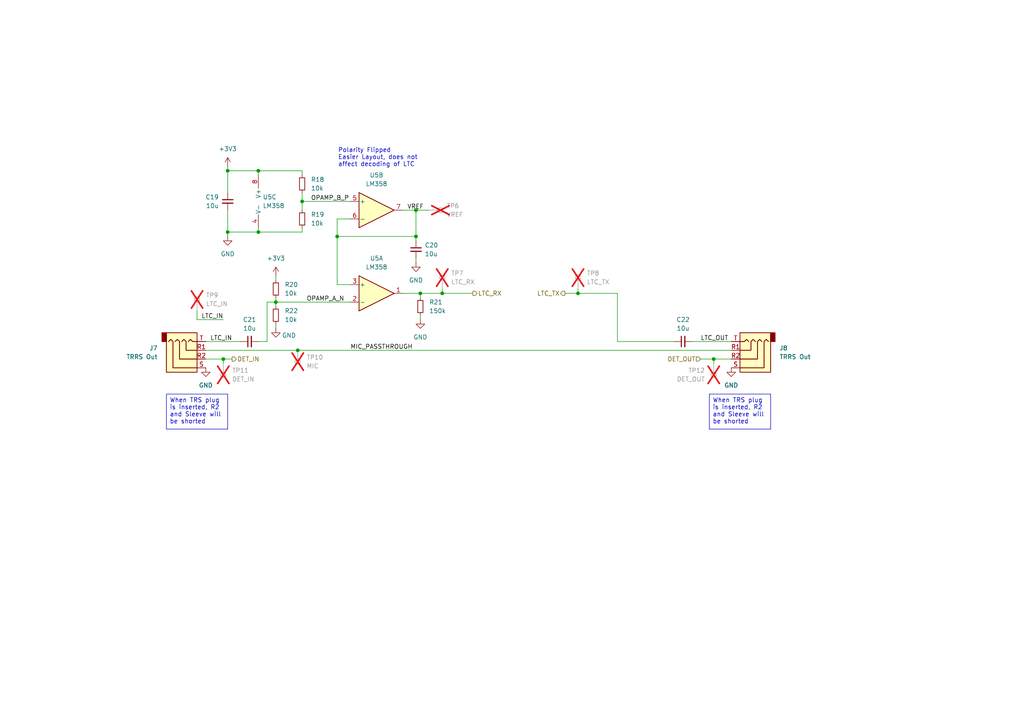
<source format=kicad_sch>
(kicad_sch (version 20231120) (generator "eeschema") (generator_version "8.0")
  (paper "A4")
  (lib_symbols
    (symbol "Amplifier_Operational:LM358" (pin_names (offset 0.127))
      (property "Reference" "U" (at 0 5.08 0))
      (property "Value" "LM358" (at 0 -5.08 0))
      (symbol "LM358_1_1"
        (polyline (pts (xy -5.08 5.08) (xy 5.08 0) (xy -5.08 -5.08) (xy -5.08 5.08)) (stroke (width 0.254)) (fill (type background)))
        (pin output line (at 7.62 0 180) (length 2.54) (name "~") (number "1"))
        (pin input line (at -7.62 -2.54 0) (length 2.54) (name "-") (number "2"))
        (pin input line (at -7.62 2.54 0) (length 2.54) (name "+") (number "3"))
      )
      (symbol "LM358_2_1"
        (polyline (pts (xy -5.08 5.08) (xy 5.08 0) (xy -5.08 -5.08) (xy -5.08 5.08)) (stroke (width 0.254)) (fill (type background)))
        (pin input line (at -7.62 2.54 0) (length 2.54) (name "+") (number "5"))
        (pin input line (at -7.62 -2.54 0) (length 2.54) (name "-") (number "6"))
        (pin output line (at 7.62 0 180) (length 2.54) (name "~") (number "7"))
      )
      (symbol "LM358_3_1"
        (pin power_in line (at -2.54 -7.62 90) (length 3.81) (name "V-") (number "4"))
        (pin power_in line (at -2.54 7.62 270) (length 3.81) (name "V+") (number "8"))
      )
    )
    (symbol "Connector:TestPoint" (pin_numbers hide) (pin_names (offset 0.762) hide)
      (property "Reference" "TP" (at 0 6.858 0))
      (property "Value" "TestPoint" (at 0 5.08 0))
      (symbol "TestPoint_0_1"
        (circle (center 0 3.302) (radius 0.762))
      )
      (symbol "TestPoint_1_1"
        (pin passive line (at 0 0 90) (length 2.54) (name "1") (number "1"))
      )
    )
    (symbol "Connector_Audio:AudioJack4"
      (property "Reference" "J" (at 0 8.89 0))
      (property "Value" "AudioJack4" (at 0 6.35 0))
      (symbol "AudioJack4_0_1"
        (rectangle (start -6.35 -5.08) (end -7.62 -7.62) (stroke (width 0.254)) (fill (type outline)))
        (polyline (pts (xy 0 -5.08) (xy 0.635 -5.715) (xy 1.27 -5.08) (xy 2.54 -5.08)) (stroke (width 0.254)))
        (polyline (pts (xy -5.715 -5.08) (xy -5.08 -5.715) (xy -4.445 -5.08) (xy -4.445 2.54) (xy 2.54 2.54)) (stroke (width 0.254)))
        (polyline (pts (xy -1.905 -5.08) (xy -1.27 -5.715) (xy -0.635 -5.08) (xy -0.635 -2.54) (xy 2.54 -2.54)) (stroke (width 0.254)))
        (polyline (pts (xy 2.54 0) (xy -2.54 0) (xy -2.54 -5.08) (xy -3.175 -5.715) (xy -3.81 -5.08)) (stroke (width 0.254)))
        (rectangle (start 2.54 3.81) (end -6.35 -7.62) (stroke (width 0.254)) (fill (type background)))
      )
      (symbol "AudioJack4_1_1"
        (pin passive line (at 5.08 -2.54 180) (length 2.54) (name "~") (number "R1"))
        (pin passive line (at 5.08 0 180) (length 2.54) (name "~") (number "R2"))
        (pin passive line (at 5.08 2.54 180) (length 2.54) (name "~") (number "S"))
        (pin passive line (at 5.08 -5.08 180) (length 2.54) (name "~") (number "T"))
      )
    )
    (symbol "Device:C_Small" (pin_numbers hide) (pin_names (offset 0.254) hide)
      (property "Reference" "C" (at 0.254 1.778 0))
      (property "Value" "C_Small" (at 0.254 -2.032 0))
      (symbol "C_Small_0_1"
        (polyline (pts (xy -1.524 -0.508) (xy 1.524 -0.508)) (stroke (width 0.3302)))
        (polyline (pts (xy -1.524 0.508) (xy 1.524 0.508)) (stroke (width 0.3048)))
      )
      (symbol "C_Small_1_1"
        (pin passive line (at 0 2.54 270) (length 2.032) (name "~") (number "1"))
        (pin passive line (at 0 -2.54 90) (length 2.032) (name "~") (number "2"))
      )
    )
    (symbol "Device:R_Small" (pin_numbers hide) (pin_names (offset 0.254) hide)
      (property "Reference" "R" (at 0.762 0.508 0))
      (property "Value" "R_Small" (at 0.762 -1.016 0))
      (symbol "R_Small_0_1"
        (rectangle (start -0.762 1.778) (end 0.762 -1.778) (stroke (width 0.2032)))
      )
      (symbol "R_Small_1_1"
        (pin passive line (at 0 2.54 270) (length 0.762) (name "~") (number "1"))
        (pin passive line (at 0 -2.54 90) (length 0.762) (name "~") (number "2"))
      )
    )
    (symbol "power:+3V3" (power) (pin_numbers hide) (pin_names (offset 0) hide)
      (property "Value" "+3V3" (at 0 3.556 0))
      (symbol "+3V3_0_1"
        (polyline (pts (xy -0.762 1.27) (xy 0 2.54)))
        (polyline (pts (xy 0 0) (xy 0 2.54)))
        (polyline (pts (xy 0 2.54) (xy 0.762 1.27)))
      )
      (symbol "+3V3_1_1"
        (pin power_in line (at 0 0 90) (length 0) (name "~") (number "1"))
      )
    )
    (symbol "power:GND" (power) (pin_numbers hide) (pin_names (offset 0) hide)
      (property "Value" "GND" (at 0 -3.81 0))
      (symbol "GND_0_1"
        (polyline (pts (xy 0 0) (xy 0 -1.27) (xy 1.27 -1.27) (xy 0 -2.54) (xy -1.27 -1.27) (xy 0 -1.27)))
      )
      (symbol "GND_1_1"
        (pin power_in line (at 0 0 270) (length 0) (name "~") (number "1"))
      )
    )
  )
  (junction (at 66.04 67.31))
  (junction (at 87.63 58.42))
  (junction (at 86.36 101.6))
  (junction (at 74.93 67.31))
  (junction (at 128.27 85.09))
  (junction (at 120.65 68.58))
  (junction (at 74.93 49.53))
  (junction (at 121.92 85.09))
  (junction (at 120.65 60.96))
  (junction (at 64.77 104.14))
  (junction (at 97.79 68.58))
  (junction (at 80.01 87.63))
  (junction (at 167.64 85.09))
  (junction (at 66.04 49.53))
  (junction (at 207.01 104.14))
  (wire (pts (xy 207.01 105.41) (xy 207.01 104.14)))
  (wire (pts (xy 87.63 55.88) (xy 87.63 58.42)))
  (wire (pts (xy 57.15 90.17) (xy 57.15 92.71)))
  (wire (pts (xy 207.01 104.14) (xy 212.09 104.14)))
  (wire (pts (xy 200.66 99.06) (xy 212.09 99.06)))
  (wire (pts (xy 77.47 87.63) (xy 80.01 87.63)))
  (wire (pts (xy 67.31 104.14) (xy 64.77 104.14)))
  (wire (pts (xy 80.01 87.63) (xy 80.01 88.9)))
  (wire (pts (xy 97.79 68.58) (xy 97.79 82.55)))
  (wire (pts (xy 121.92 91.44) (xy 121.92 92.71)))
  (wire (pts (xy 128.27 85.09) (xy 137.16 85.09)))
  (wire (pts (xy 163.83 85.09) (xy 167.64 85.09)))
  (wire (pts (xy 74.93 99.06) (xy 77.47 99.06)))
  (wire (pts (xy 97.79 82.55) (xy 101.6 82.55)))
  (wire (pts (xy 116.84 60.96) (xy 120.65 60.96)))
  (wire (pts (xy 97.79 63.5) (xy 101.6 63.5)))
  (wire (pts (xy 116.84 85.09) (xy 121.92 85.09)))
  (wire (pts (xy 124.46 60.96) (xy 120.65 60.96)))
  (wire (pts (xy 121.92 85.09) (xy 121.92 86.36)))
  (wire (pts (xy 80.01 86.36) (xy 80.01 87.63)))
  (wire (pts (xy 74.93 67.31) (xy 87.63 67.31)))
  (wire (pts (xy 97.79 68.58) (xy 120.65 68.58)))
  (wire (pts (xy 66.04 68.58) (xy 66.04 67.31)))
  (wire (pts (xy 64.77 105.41) (xy 64.77 104.14)))
  (wire (pts (xy 59.69 101.6) (xy 86.36 101.6)))
  (wire (pts (xy 97.79 63.5) (xy 97.79 68.58)))
  (wire (pts (xy 57.15 92.71) (xy 64.77 92.71)))
  (wire (pts (xy 167.64 83.82) (xy 167.64 85.09)))
  (wire (pts (xy 74.93 49.53) (xy 87.63 49.53)))
  (wire (pts (xy 87.63 58.42) (xy 101.6 58.42)))
  (wire (pts (xy 179.07 85.09) (xy 179.07 99.06)))
  (wire (pts (xy 203.2 104.14) (xy 207.01 104.14)))
  (wire (pts (xy 87.63 58.42) (xy 87.63 60.96)))
  (wire (pts (xy 120.65 68.58) (xy 120.65 69.85)))
  (wire (pts (xy 80.01 81.28) (xy 80.01 80.01)))
  (wire (pts (xy 66.04 60.96) (xy 66.04 67.31)))
  (wire (pts (xy 74.93 67.31) (xy 74.93 66.04)))
  (wire (pts (xy 66.04 48.26) (xy 66.04 49.53)))
  (wire (pts (xy 121.92 85.09) (xy 128.27 85.09)))
  (wire (pts (xy 179.07 99.06) (xy 195.58 99.06)))
  (wire (pts (xy 120.65 76.2) (xy 120.65 74.93)))
  (wire (pts (xy 128.27 83.82) (xy 128.27 85.09)))
  (wire (pts (xy 80.01 87.63) (xy 101.6 87.63)))
  (wire (pts (xy 87.63 67.31) (xy 87.63 66.04)))
  (wire (pts (xy 120.65 60.96) (xy 120.65 68.58)))
  (wire (pts (xy 66.04 67.31) (xy 74.93 67.31)))
  (wire (pts (xy 69.85 99.06) (xy 59.69 99.06)))
  (wire (pts (xy 77.47 87.63) (xy 77.47 99.06)))
  (wire (pts (xy 74.93 49.53) (xy 74.93 50.8)))
  (wire (pts (xy 87.63 49.53) (xy 87.63 50.8)))
  (wire (pts (xy 80.01 93.98) (xy 80.01 95.25)))
  (wire (pts (xy 64.77 104.14) (xy 59.69 104.14)))
  (wire (pts (xy 66.04 49.53) (xy 74.93 49.53)))
  (wire (pts (xy 167.64 85.09) (xy 179.07 85.09)))
  (wire (pts (xy 86.36 101.6) (xy 212.09 101.6)))
  (wire (pts (xy 66.04 49.53) (xy 66.04 55.88)))
  (text_box "When TRS plug is inserted, R2 and Sleeve will be shorted" (at 205.74 114.3 0) (size 17.78 10.16) (effects (font (size 1.27 1.27)) (justify left top)))
  (text_box "When TRS plug is inserted, R2 and Sleeve will be shorted" (at 48.26 114.3 0) (size 17.78 10.16) (effects (font (size 1.27 1.27)) (justify left top)))
  (text "Polarity Flipped\nEasier Layout, does not\naffect decoding of LTC" (at 98.044 48.514 0) (effects (font (size 1.27 1.27)) (justify left bottom)))
  (label "LTC_OUT" (at 203.2 99.06 0))
  (label "OPAMP_A_N" (at 88.9 87.63 0))
  (label "OPAMP_B_P" (at 90.17 58.42 0))
  (label "VREF" (at 118.11 60.96 0))
  (label "LTC_IN" (at 60.96 99.06 0))
  (label "MIC_PASSTHROUGH" (at 101.6 101.6 0))
  (label "LTC_IN" (at 64.77 92.71 180))
  (hierarchical_label "LTC_TX" (shape output) (at 163.83 85.09 180))
  (hierarchical_label "DET_OUT" (shape input) (at 203.2 104.14 180))
  (hierarchical_label "LTC_RX" (shape output) (at 137.16 85.09 0))
  (hierarchical_label "DET_IN" (shape output) (at 67.31 104.14 0))
  (symbol (lib_id "power:GND") (at 80.01 95.25 0) (unit 1)
    (property "Reference" "#PWR036" (effects (hide yes)))
    (property "Value" "GND" (at 83.82 97.282 0))
    (property "Description" "Power symbol creates a global label with name \"GND\" , ground" (effects (hide yes)))
  )
  (symbol (lib_id "power:GND") (at 66.04 68.58 0) (unit 1)
    (property "Reference" "#PWR032" (effects (hide yes)))
    (property "Value" "GND" (at 66.04 73.66 0))
    (property "Description" "Power symbol creates a global label with name \"GND\" , ground" (effects (hide yes)))
  )
  (symbol (lib_id "Device:C_Small") (at 66.04 58.42 0) (mirror y) (unit 1)
    (property "Reference" "C19" (at 63.5 57.1562 0) (effects (justify left)))
    (property "Value" "10u" (at 63.5 59.6962 0) (effects (justify left)))
    (property "Footprint" "Capacitor_SMD:C_0603_1608Metric" (effects (hide yes)))
    (property "Description" "Unpolarized capacitor, small symbol" (effects (hide yes)))
    (property "LCSC" "C19702" (effects (hide yes)))
  )
  (symbol (lib_id "Device:R_Small") (at 121.92 88.9 0) (unit 1)
    (property "Reference" "R21" (at 124.46 87.6299 0) (effects (justify left)))
    (property "Value" "150k" (at 124.46 90.1699 0) (effects (justify left)))
    (property "Footprint" "Resistor_SMD:R_0603_1608Metric" (effects (hide yes)))
    (property "Description" "Resistor, small symbol" (effects (hide yes)))
    (property "LCSC" "C22807" (effects (hide yes)))
  )
  (symbol (lib_id "Device:C_Small") (at 120.65 72.39 0) (unit 1)
    (property "Reference" "C20" (at 123.19 71.1262 0) (effects (justify left)))
    (property "Value" "10u" (at 123.19 73.6662 0) (effects (justify left)))
    (property "Footprint" "Capacitor_SMD:C_0603_1608Metric" (effects (hide yes)))
    (property "Description" "Unpolarized capacitor, small symbol" (effects (hide yes)))
    (property "LCSC" "C19702" (effects (hide yes)))
  )
  (symbol (lib_id "Connector:TestPoint") (at 86.36 101.6 180) (unit 1) (dnp yes)
    (property "Reference" "TP10" (at 88.9 103.6319 0) (effects (justify right)))
    (property "Value" "MIC" (at 88.9 106.1719 0) (effects (justify right)))
    (property "Footprint" "TestPoint:TestPoint_Pad_D1.0mm" (effects (hide yes)))
    (property "Description" "test point" (effects (hide yes)))
  )
  (symbol (lib_id "Device:R_Small") (at 87.63 63.5 0) (unit 1)
    (property "Reference" "R19" (at 90.17 62.2299 0) (effects (justify left)))
    (property "Value" "10k" (at 90.17 64.7699 0) (effects (justify left)))
    (property "Footprint" "Resistor_SMD:R_0402_1005Metric" (effects (hide yes)))
    (property "Description" "Resistor, small symbol" (effects (hide yes)))
    (property "LCSC" "C25744" (effects (hide yes)))
  )
  (symbol (lib_id "power:+3V3") (at 80.01 80.01 0) (unit 1)
    (property "Reference" "#PWR034" (effects (hide yes)))
    (property "Value" "+3V3" (at 80.01 74.93 0))
    (property "Description" "Power symbol creates a global label with name \"+3V3\"" (effects (hide yes)))
  )
  (symbol (lib_id "Connector:TestPoint") (at 128.27 83.82 0) (unit 1) (dnp yes)
    (property "Reference" "TP7" (at 130.81 79.2479 0) (effects (justify left)))
    (property "Value" "LTC_RX" (at 130.81 81.7879 0) (effects (justify left)))
    (property "Footprint" "TestPoint:TestPoint_Pad_D1.0mm" (effects (hide yes)))
    (property "Description" "test point" (effects (hide yes)))
  )
  (symbol (lib_id "Device:R_Small") (at 80.01 83.82 0) (unit 1)
    (property "Reference" "R20" (at 82.55 82.5499 0) (effects (justify left)))
    (property "Value" "10k" (at 82.55 85.0899 0) (effects (justify left)))
    (property "Footprint" "Resistor_SMD:R_0402_1005Metric" (effects (hide yes)))
    (property "Description" "Resistor, small symbol" (effects (hide yes)))
    (property "LCSC" "C25744" (effects (hide yes)))
  )
  (symbol (lib_id "power:GND") (at 212.09 106.68 0) (unit 1)
    (property "Reference" "#PWR038" (effects (hide yes)))
    (property "Value" "GND" (at 212.09 111.76 0))
    (property "Description" "Power symbol creates a global label with name \"GND\" , ground" (effects (hide yes)))
  )
  (symbol (lib_id "Device:R_Small") (at 87.63 53.34 0) (unit 1)
    (property "Reference" "R18" (at 90.17 52.0699 0) (effects (justify left)))
    (property "Value" "10k" (at 90.17 54.6099 0) (effects (justify left)))
    (property "Footprint" "Resistor_SMD:R_0402_1005Metric" (effects (hide yes)))
    (property "Description" "Resistor, small symbol" (effects (hide yes)))
    (property "LCSC" "C25744" (effects (hide yes)))
  )
  (symbol (lib_id "Device:C_Small") (at 72.39 99.06 90) (unit 1)
    (property "Reference" "C21" (at 72.3963 92.71 90))
    (property "Value" "10u" (at 72.3963 95.25 90))
    (property "Footprint" "Capacitor_SMD:C_0603_1608Metric" (effects (hide yes)))
    (property "Description" "Unpolarized capacitor, small symbol" (effects (hide yes)))
    (property "LCSC" "C19702" (effects (hide yes)))
  )
  (symbol (lib_id "Connector:TestPoint") (at 124.46 60.96 270) (unit 1) (dnp yes)
    (property "Reference" "TP6" (at 129.54 59.6899 90) (effects (justify left)))
    (property "Value" "VREF" (at 129.54 62.2299 90) (effects (justify left)))
    (property "Footprint" "TestPoint:TestPoint_Pad_D1.0mm" (effects (hide yes)))
    (property "Description" "test point" (effects (hide yes)))
  )
  (symbol (lib_id "Connector:TestPoint") (at 167.64 83.82 0) (unit 1) (dnp yes)
    (property "Reference" "TP8" (at 170.18 79.2479 0) (effects (justify left)))
    (property "Value" "LTC_TX" (at 170.18 81.7879 0) (effects (justify left)))
    (property "Footprint" "TestPoint:TestPoint_Pad_D1.0mm" (effects (hide yes)))
    (property "Description" "test point" (effects (hide yes)))
  )
  (symbol (lib_id "Amplifier_Operational:LM358") (at 109.22 85.09 0) (unit 1)
    (property "Reference" "U5" (at 109.22 74.93 0))
    (property "Value" "LM358" (at 109.22 77.47 0))
    (property "Footprint" "Package_SO:SOP-8_3.9x4.9mm_P1.27mm" (effects (hide yes)))
    (property "Datasheet" "https://atta.szlcsc.com/upload/public/pdf/source/20221111/EFA130B3B4599AE68A453AC9B85C4BC9.pdf" (effects (hide yes)))
    (property "Description" "Low-Power, Dual Operational Amplifiers, DIP-8/SOIC-8/TO-99-8" (effects (hide yes)))
    (property "LCSC" "C5252902 " (effects (hide yes)))
  )
  (symbol (lib_id "Connector_Audio:AudioJack4") (at 54.61 104.14 0) (mirror x) (unit 1)
    (property "Reference" "J7" (at 45.72 100.9649 0) (effects (justify right)))
    (property "Value" "TRRS Out" (at 45.72 103.5049 0) (effects (justify right)))
    (property "Footprint" "Connector_Audio:Jack_3.5mm_KoreanHropartsElec_PJ-320D-4A_Horizontal" (effects (hide yes)))
    (property "Description" "Audio Jack, 4 Poles (TRRS)" (effects (hide yes)))
    (property "LCSC" "C431535" (effects (hide yes)))
  )
  (symbol (lib_id "Device:R_Small") (at 80.01 91.44 0) (unit 1)
    (property "Reference" "R22" (at 82.55 90.1699 0) (effects (justify left)))
    (property "Value" "10k" (at 82.55 92.7099 0) (effects (justify left)))
    (property "Footprint" "Resistor_SMD:R_0402_1005Metric" (effects (hide yes)))
    (property "Description" "Resistor, small symbol" (effects (hide yes)))
    (property "LCSC" "C25744" (effects (hide yes)))
  )
  (symbol (lib_id "Connector:TestPoint") (at 64.77 105.41 180) (unit 1) (dnp yes)
    (property "Reference" "TP11" (at 67.31 107.4419 0) (effects (justify right)))
    (property "Value" "DET_IN" (at 67.31 109.9819 0) (effects (justify right)))
    (property "Footprint" "TestPoint:TestPoint_Pad_D1.0mm" (effects (hide yes)))
    (property "Description" "test point" (effects (hide yes)))
  )
  (symbol (lib_id "power:GND") (at 121.92 92.71 0) (unit 1)
    (property "Reference" "#PWR035" (effects (hide yes)))
    (property "Value" "GND" (at 121.92 97.79 0))
    (property "Description" "Power symbol creates a global label with name \"GND\" , ground" (effects (hide yes)))
  )
  (symbol (lib_id "Device:C_Small") (at 198.12 99.06 90) (unit 1)
    (property "Reference" "C22" (at 198.1263 92.71 90))
    (property "Value" "10u" (at 198.1263 95.25 90))
    (property "Footprint" "Capacitor_SMD:C_0603_1608Metric" (effects (hide yes)))
    (property "Description" "Unpolarized capacitor, small symbol" (effects (hide yes)))
    (property "LCSC" "C19702" (effects (hide yes)))
  )
  (symbol (lib_id "power:+3V3") (at 66.04 48.26 0) (unit 1)
    (property "Reference" "#PWR031" (effects (hide yes)))
    (property "Value" "+3V3" (at 66.04 43.18 0))
    (property "Description" "Power symbol creates a global label with name \"+3V3\"" (effects (hide yes)))
  )
  (symbol (lib_id "Connector:TestPoint") (at 57.15 90.17 0) (unit 1) (dnp yes)
    (property "Reference" "TP9" (at 59.69 85.5979 0) (effects (justify left)))
    (property "Value" "LTC_IN" (at 59.69 88.1379 0) (effects (justify left)))
    (property "Footprint" "TestPoint:TestPoint_Pad_D1.0mm" (effects (hide yes)))
    (property "Description" "test point" (effects (hide yes)))
  )
  (symbol (lib_id "Amplifier_Operational:LM358") (at 109.22 60.96 0) (unit 2)
    (property "Reference" "U5" (at 109.22 50.8 0))
    (property "Value" "LM358" (at 109.22 53.34 0))
    (property "Footprint" "Package_SO:SOP-8_3.9x4.9mm_P1.27mm" (effects (hide yes)))
    (property "Datasheet" "https://atta.szlcsc.com/upload/public/pdf/source/20221111/EFA130B3B4599AE68A453AC9B85C4BC9.pdf" (effects (hide yes)))
    (property "Description" "Low-Power, Dual Operational Amplifiers, DIP-8/SOIC-8/TO-99-8" (effects (hide yes)))
    (property "LCSC" "C5252902 " (effects (hide yes)))
  )
  (symbol (lib_id "power:GND") (at 59.69 106.68 0) (unit 1)
    (property "Reference" "#PWR037" (effects (hide yes)))
    (property "Value" "GND" (at 59.69 111.76 0))
    (property "Description" "Power symbol creates a global label with name \"GND\" , ground" (effects (hide yes)))
  )
  (symbol (lib_id "Amplifier_Operational:LM358") (at 77.47 58.42 0) (unit 3)
    (property "Reference" "U5" (at 76.2 57.1499 0) (effects (justify left)))
    (property "Value" "LM358" (at 76.2 59.6899 0) (effects (justify left)))
    (property "Footprint" "Package_SO:SOP-8_3.9x4.9mm_P1.27mm" (effects (hide yes)))
    (property "Datasheet" "https://atta.szlcsc.com/upload/public/pdf/source/20221111/EFA130B3B4599AE68A453AC9B85C4BC9.pdf" (effects (hide yes)))
    (property "Description" "Low-Power, Dual Operational Amplifiers, DIP-8/SOIC-8/TO-99-8" (effects (hide yes)))
    (property "LCSC" "C5252902 " (effects (hide yes)))
  )
  (symbol (lib_id "power:GND") (at 120.65 76.2 0) (unit 1)
    (property "Reference" "#PWR033" (effects (hide yes)))
    (property "Value" "GND" (at 120.65 81.28 0))
    (property "Description" "Power symbol creates a global label with name \"GND\" , ground" (effects (hide yes)))
  )
  (symbol (lib_id "Connector_Audio:AudioJack4") (at 217.17 104.14 180) (unit 1)
    (property "Reference" "J8" (at 226.06 100.9649 0) (effects (justify right)))
    (property "Value" "TRRS Out" (at 226.06 103.5049 0) (effects (justify right)))
    (property "Footprint" "Connector_Audio:Jack_3.5mm_KoreanHropartsElec_PJ-320D-4A_Horizontal" (effects (hide yes)))
    (property "Description" "Audio Jack, 4 Poles (TRRS)" (effects (hide yes)))
    (property "LCSC" "C431535" (effects (hide yes)))
  )
  (symbol (lib_id "Connector:TestPoint") (at 207.01 105.41 0) (mirror x) (unit 1) (dnp yes)
    (property "Reference" "TP12" (at 204.47 107.4419 0) (effects (justify right)))
    (property "Value" "DET_OUT" (at 204.47 109.9819 0) (effects (justify right)))
    (property "Footprint" "TestPoint:TestPoint_Pad_D1.0mm" (effects (hide yes)))
    (property "Description" "test point" (effects (hide yes)))
  )
)
</source>
